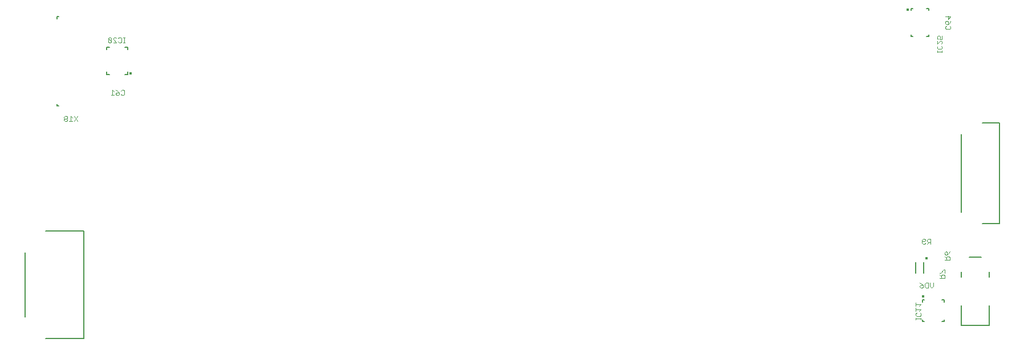
<source format=gbr>
G04 EAGLE Gerber RS-274X export*
G75*
%MOMM*%
%FSLAX34Y34*%
%LPD*%
%AMOC8*
5,1,8,0,0,1.08239X$1,22.5*%
G01*
%ADD10C,0.076200*%
%ADD11C,0.127000*%
%ADD12C,0.400000*%


D10*
X43807Y438277D02*
X45035Y439505D01*
X47493Y439505D01*
X48721Y438277D01*
X48721Y433362D01*
X47493Y432133D01*
X45035Y432133D01*
X43807Y433362D01*
X38780Y438277D02*
X36322Y439505D01*
X38780Y438277D02*
X41237Y435819D01*
X41237Y433362D01*
X40009Y432133D01*
X37551Y432133D01*
X36322Y433362D01*
X36322Y434590D01*
X37551Y435819D01*
X41237Y435819D01*
X33753Y437048D02*
X31296Y439505D01*
X31296Y432133D01*
X33753Y432133D02*
X28838Y432133D01*
D11*
X53500Y462500D02*
X53500Y466500D01*
X53500Y462500D02*
X49250Y462500D01*
X53500Y499500D02*
X53500Y503500D01*
X49500Y503500D01*
X26500Y503500D02*
X22500Y503500D01*
X22500Y499500D01*
X22500Y466500D02*
X22500Y462500D01*
X26500Y462500D01*
D12*
X58000Y464000D03*
D10*
X49619Y510381D02*
X47162Y510381D01*
X48390Y510381D02*
X48390Y517753D01*
X47162Y517753D02*
X49619Y517753D01*
X40943Y517753D02*
X39715Y516525D01*
X40943Y517753D02*
X43401Y517753D01*
X44630Y516525D01*
X44630Y511610D01*
X43401Y510381D01*
X40943Y510381D01*
X39715Y511610D01*
X37145Y510381D02*
X32231Y510381D01*
X37145Y510381D02*
X32231Y515296D01*
X32231Y516525D01*
X33459Y517753D01*
X35917Y517753D01*
X37145Y516525D01*
X29661Y516525D02*
X29661Y511610D01*
X29661Y516525D02*
X28433Y517753D01*
X25975Y517753D01*
X24746Y516525D01*
X24746Y511610D01*
X25975Y510381D01*
X28433Y510381D01*
X29661Y511610D01*
X24746Y516525D01*
D11*
X1348000Y390500D02*
X1348000Y240500D01*
X1292000Y257500D02*
X1292000Y373500D01*
X1323000Y240500D02*
X1348000Y240500D01*
X1348000Y390500D02*
X1323000Y390500D01*
X1243000Y558000D02*
X1243000Y561000D01*
X1240000Y561000D01*
X1220000Y561000D02*
X1217000Y561000D01*
X1217000Y558000D01*
X1243000Y522000D02*
X1243000Y519000D01*
X1240000Y519000D01*
X1220000Y519000D02*
X1217000Y519000D01*
X1217000Y522000D01*
D12*
X1212000Y559500D03*
D10*
X1255753Y497897D02*
X1255753Y495439D01*
X1255753Y496668D02*
X1263125Y496668D01*
X1263125Y495439D02*
X1263125Y497897D01*
X1263125Y504115D02*
X1261897Y505343D01*
X1263125Y504115D02*
X1263125Y501657D01*
X1261897Y500429D01*
X1256982Y500429D01*
X1255753Y501657D01*
X1255753Y504115D01*
X1256982Y505343D01*
X1255753Y507913D02*
X1255753Y512828D01*
X1255753Y507913D02*
X1260668Y512828D01*
X1261897Y512828D01*
X1263125Y511599D01*
X1263125Y509141D01*
X1261897Y507913D01*
X1263125Y515397D02*
X1263125Y520312D01*
X1263125Y515397D02*
X1259439Y515397D01*
X1260668Y517854D01*
X1260668Y519083D01*
X1259439Y520312D01*
X1256982Y520312D01*
X1255753Y519083D01*
X1255753Y516626D01*
X1256982Y515397D01*
D11*
X1224000Y183000D02*
X1224000Y167000D01*
X1236000Y167000D02*
X1236000Y183000D01*
D12*
X1240000Y188750D03*
D10*
X1250071Y152625D02*
X1250071Y147710D01*
X1247614Y145253D01*
X1245157Y147710D01*
X1245157Y152625D01*
X1242587Y152625D02*
X1242587Y145253D01*
X1238901Y145253D01*
X1237672Y146482D01*
X1237672Y151397D01*
X1238901Y152625D01*
X1242587Y152625D01*
X1232646Y151397D02*
X1230188Y152625D01*
X1232646Y151397D02*
X1235103Y148939D01*
X1235103Y146482D01*
X1233874Y145253D01*
X1231417Y145253D01*
X1230188Y146482D01*
X1230188Y147710D01*
X1231417Y148939D01*
X1235103Y148939D01*
X1267133Y186763D02*
X1274505Y186763D01*
X1274505Y190449D01*
X1273277Y191678D01*
X1270819Y191678D01*
X1269590Y190449D01*
X1269590Y186763D01*
X1269590Y189220D02*
X1267133Y191678D01*
X1273277Y196704D02*
X1274505Y199162D01*
X1273277Y196704D02*
X1270819Y194247D01*
X1268362Y194247D01*
X1267133Y195476D01*
X1267133Y197933D01*
X1268362Y199162D01*
X1269590Y199162D01*
X1270819Y197933D01*
X1270819Y194247D01*
X1267005Y159763D02*
X1259633Y159763D01*
X1267005Y159763D02*
X1267005Y163449D01*
X1265777Y164678D01*
X1263319Y164678D01*
X1262090Y163449D01*
X1262090Y159763D01*
X1262090Y162220D02*
X1259633Y164678D01*
X1267005Y167247D02*
X1267005Y172162D01*
X1265777Y172162D01*
X1260862Y167247D01*
X1259633Y167247D01*
X1245969Y210501D02*
X1245969Y217873D01*
X1242283Y217873D01*
X1241054Y216645D01*
X1241054Y214187D01*
X1242283Y212958D01*
X1245969Y212958D01*
X1243512Y212958D02*
X1241054Y210501D01*
X1238485Y211730D02*
X1237256Y210501D01*
X1234799Y210501D01*
X1233570Y211730D01*
X1233570Y216645D01*
X1234799Y217873D01*
X1237256Y217873D01*
X1238485Y216645D01*
X1238485Y215416D01*
X1237256Y214187D01*
X1233570Y214187D01*
D12*
X1235000Y132000D03*
D11*
X1234000Y127000D02*
X1234000Y124000D01*
X1234000Y127000D02*
X1237000Y127000D01*
X1263000Y127000D02*
X1266000Y127000D01*
X1266000Y124000D01*
X1266000Y98000D02*
X1266000Y95000D01*
X1263000Y95000D01*
X1237000Y95000D02*
X1234000Y95000D01*
X1234000Y98000D01*
D10*
X1224253Y97939D02*
X1224253Y100397D01*
X1224253Y99168D02*
X1231625Y99168D01*
X1231625Y97939D02*
X1231625Y100397D01*
X1231625Y106615D02*
X1230397Y107843D01*
X1231625Y106615D02*
X1231625Y104157D01*
X1230397Y102929D01*
X1225482Y102929D01*
X1224253Y104157D01*
X1224253Y106615D01*
X1225482Y107843D01*
X1229168Y110413D02*
X1231625Y112870D01*
X1224253Y112870D01*
X1224253Y110413D02*
X1224253Y115328D01*
X1229168Y117897D02*
X1231625Y120354D01*
X1224253Y120354D01*
X1224253Y117897D02*
X1224253Y122812D01*
D11*
X-51500Y416000D02*
X-51500Y419000D01*
X-51500Y416000D02*
X-48500Y416000D01*
X-48500Y549000D02*
X-51500Y549000D01*
X-51500Y546000D01*
D10*
X-20929Y400625D02*
X-25843Y393253D01*
X-20929Y393253D02*
X-25843Y400625D01*
X-28413Y398168D02*
X-30870Y400625D01*
X-30870Y393253D01*
X-28413Y393253D02*
X-33328Y393253D01*
X-35897Y399397D02*
X-37126Y400625D01*
X-39583Y400625D01*
X-40812Y399397D01*
X-40812Y398168D01*
X-39583Y396939D01*
X-40812Y395710D01*
X-40812Y394482D01*
X-39583Y393253D01*
X-37126Y393253D01*
X-35897Y394482D01*
X-35897Y395710D01*
X-37126Y396939D01*
X-35897Y398168D01*
X-35897Y399397D01*
X-37126Y396939D02*
X-39583Y396939D01*
D11*
X-11000Y230000D02*
X-11000Y70000D01*
X-99000Y102000D02*
X-99000Y198000D01*
X-68000Y70000D02*
X-11000Y70000D01*
X-11000Y230000D02*
X-68000Y230000D01*
D10*
X1274397Y534843D02*
X1275625Y533615D01*
X1275625Y531157D01*
X1274397Y529929D01*
X1269482Y529929D01*
X1268253Y531157D01*
X1268253Y533615D01*
X1269482Y534843D01*
X1274397Y539870D02*
X1275625Y542328D01*
X1274397Y539870D02*
X1271939Y537413D01*
X1269482Y537413D01*
X1268253Y538641D01*
X1268253Y541099D01*
X1269482Y542328D01*
X1270710Y542328D01*
X1271939Y541099D01*
X1271939Y537413D01*
X1268253Y548583D02*
X1275625Y548583D01*
X1271939Y544897D01*
X1271939Y549812D01*
D11*
X1292000Y168500D02*
X1292000Y161500D01*
X1333000Y161500D02*
X1333000Y168500D01*
X1321500Y191000D02*
X1303500Y191000D01*
X1292000Y118500D02*
X1292000Y89000D01*
X1333000Y89000D01*
X1333000Y118500D01*
M02*

</source>
